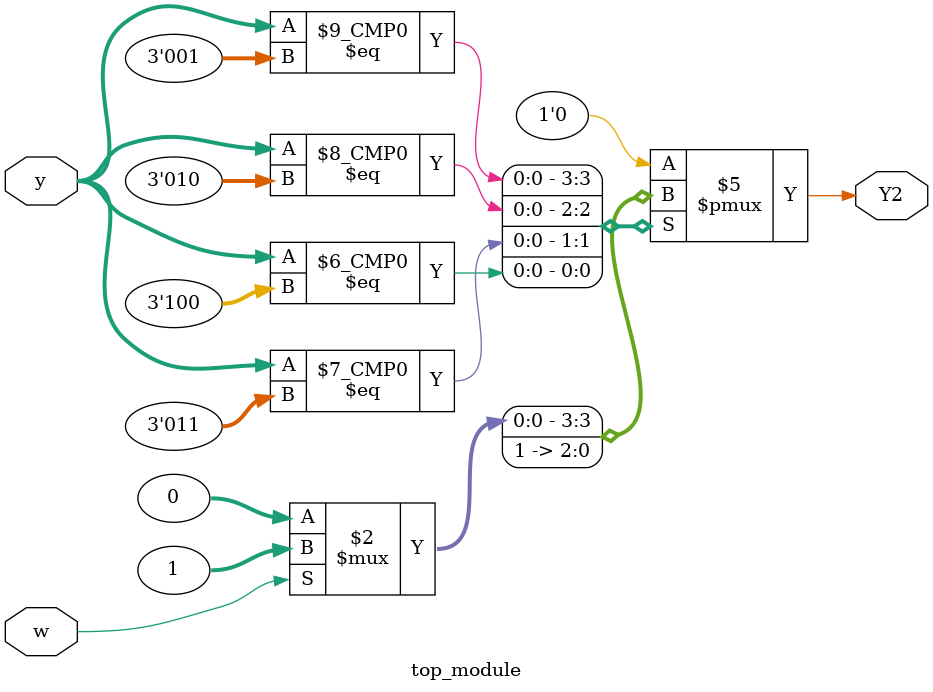
<source format=sv>
module top_module(
    input [3:1] y,
    input w,
    output reg Y2);

    always @(*) begin
        case(y)
            3'b000: Y2 = 0; // A
            3'b001: Y2 = w ? 1 : 0; // B
            3'b010: Y2 = 1; // C
            3'b011: Y2 = 1; // D
            3'b100: Y2 = 1; // E
            3'b101: Y2 = 0; // F
            default: Y2 = 0; // Default case for safety
        endcase
    end
endmodule

</source>
